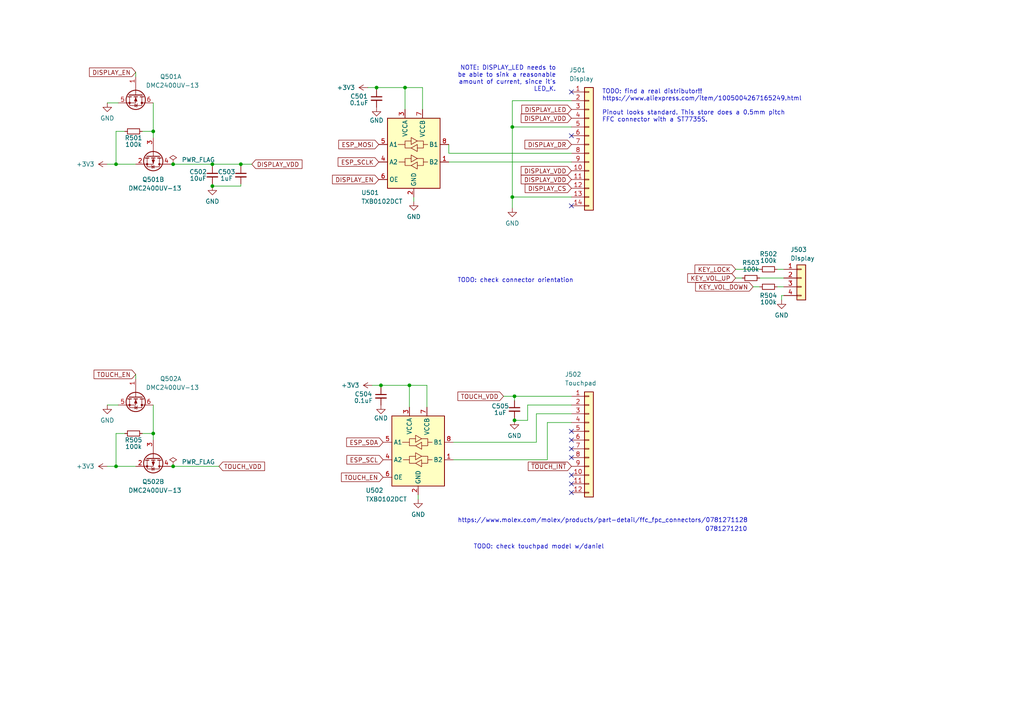
<source format=kicad_sch>
(kicad_sch (version 20211123) (generator eeschema)
  (paper "A4")
  (lib_symbols
    (symbol "Connector_Generic:Conn_01x04" (pin_names (offset 1.016) hide)
      (property "Reference" "J" (at 0 5.08 0))
      (property "Value" "Conn_01x04" (at 0 -7.62 0))
      (symbol "Conn_01x04_1_1"
        (rectangle (start -1.27 -4.953) (end 0 -5.207) (stroke (width 0.1524)))
        (rectangle (start -1.27 -2.413) (end 0 -2.667) (stroke (width 0.1524)))
        (rectangle (start -1.27 0.127) (end 0 -0.127) (stroke (width 0.1524)))
        (rectangle (start -1.27 2.667) (end 0 2.413) (stroke (width 0.1524)))
        (rectangle (start -1.27 3.81) (end 1.27 -6.35) (stroke (width 0.254)) (fill (type background)))
        (pin passive line (at -5.08 2.54 0) (length 3.81) (name "Pin_1") (number "1"))
        (pin passive line (at -5.08 0 0) (length 3.81) (name "Pin_2") (number "2"))
        (pin passive line (at -5.08 -2.54 0) (length 3.81) (name "Pin_3") (number "3"))
        (pin passive line (at -5.08 -5.08 0) (length 3.81) (name "Pin_4") (number "4"))
      )
    )
    (symbol "Connector_Generic:Conn_01x12" (pin_names (offset 1.016) hide)
      (property "Reference" "J" (at 0 15.24 0))
      (property "Value" "Conn_01x12" (at 0 -17.78 0))
      (symbol "Conn_01x12_1_1"
        (rectangle (start -1.27 -15.113) (end 0 -15.367) (stroke (width 0.1524)))
        (rectangle (start -1.27 -12.573) (end 0 -12.827) (stroke (width 0.1524)))
        (rectangle (start -1.27 -10.033) (end 0 -10.287) (stroke (width 0.1524)))
        (rectangle (start -1.27 -7.493) (end 0 -7.747) (stroke (width 0.1524)))
        (rectangle (start -1.27 -4.953) (end 0 -5.207) (stroke (width 0.1524)))
        (rectangle (start -1.27 -2.413) (end 0 -2.667) (stroke (width 0.1524)))
        (rectangle (start -1.27 0.127) (end 0 -0.127) (stroke (width 0.1524)))
        (rectangle (start -1.27 2.667) (end 0 2.413) (stroke (width 0.1524)))
        (rectangle (start -1.27 5.207) (end 0 4.953) (stroke (width 0.1524)))
        (rectangle (start -1.27 7.747) (end 0 7.493) (stroke (width 0.1524)))
        (rectangle (start -1.27 10.287) (end 0 10.033) (stroke (width 0.1524)))
        (rectangle (start -1.27 12.827) (end 0 12.573) (stroke (width 0.1524)))
        (rectangle (start -1.27 13.97) (end 1.27 -16.51) (stroke (width 0.254)) (fill (type background)))
        (pin passive line (at -5.08 12.7 0) (length 3.81) (name "Pin_1") (number "1"))
        (pin passive line (at -5.08 -10.16 0) (length 3.81) (name "Pin_10") (number "10"))
        (pin passive line (at -5.08 -12.7 0) (length 3.81) (name "Pin_11") (number "11"))
        (pin passive line (at -5.08 -15.24 0) (length 3.81) (name "Pin_12") (number "12"))
        (pin passive line (at -5.08 10.16 0) (length 3.81) (name "Pin_2") (number "2"))
        (pin passive line (at -5.08 7.62 0) (length 3.81) (name "Pin_3") (number "3"))
        (pin passive line (at -5.08 5.08 0) (length 3.81) (name "Pin_4") (number "4"))
        (pin passive line (at -5.08 2.54 0) (length 3.81) (name "Pin_5") (number "5"))
        (pin passive line (at -5.08 0 0) (length 3.81) (name "Pin_6") (number "6"))
        (pin passive line (at -5.08 -2.54 0) (length 3.81) (name "Pin_7") (number "7"))
        (pin passive line (at -5.08 -5.08 0) (length 3.81) (name "Pin_8") (number "8"))
        (pin passive line (at -5.08 -7.62 0) (length 3.81) (name "Pin_9") (number "9"))
      )
    )
    (symbol "Connector_Generic:Conn_01x14" (pin_names (offset 1.016) hide)
      (property "Reference" "J" (at 0 17.78 0))
      (property "Value" "Conn_01x14" (at 0 -20.32 0))
      (symbol "Conn_01x14_1_1"
        (rectangle (start -1.27 -17.653) (end 0 -17.907) (stroke (width 0.1524)))
        (rectangle (start -1.27 -15.113) (end 0 -15.367) (stroke (width 0.1524)))
        (rectangle (start -1.27 -12.573) (end 0 -12.827) (stroke (width 0.1524)))
        (rectangle (start -1.27 -10.033) (end 0 -10.287) (stroke (width 0.1524)))
        (rectangle (start -1.27 -7.493) (end 0 -7.747) (stroke (width 0.1524)))
        (rectangle (start -1.27 -4.953) (end 0 -5.207) (stroke (width 0.1524)))
        (rectangle (start -1.27 -2.413) (end 0 -2.667) (stroke (width 0.1524)))
        (rectangle (start -1.27 0.127) (end 0 -0.127) (stroke (width 0.1524)))
        (rectangle (start -1.27 2.667) (end 0 2.413) (stroke (width 0.1524)))
        (rectangle (start -1.27 5.207) (end 0 4.953) (stroke (width 0.1524)))
        (rectangle (start -1.27 7.747) (end 0 7.493) (stroke (width 0.1524)))
        (rectangle (start -1.27 10.287) (end 0 10.033) (stroke (width 0.1524)))
        (rectangle (start -1.27 12.827) (end 0 12.573) (stroke (width 0.1524)))
        (rectangle (start -1.27 15.367) (end 0 15.113) (stroke (width 0.1524)))
        (rectangle (start -1.27 16.51) (end 1.27 -19.05) (stroke (width 0.254)) (fill (type background)))
        (pin passive line (at -5.08 15.24 0) (length 3.81) (name "Pin_1") (number "1"))
        (pin passive line (at -5.08 -7.62 0) (length 3.81) (name "Pin_10") (number "10"))
        (pin passive line (at -5.08 -10.16 0) (length 3.81) (name "Pin_11") (number "11"))
        (pin passive line (at -5.08 -12.7 0) (length 3.81) (name "Pin_12") (number "12"))
        (pin passive line (at -5.08 -15.24 0) (length 3.81) (name "Pin_13") (number "13"))
        (pin passive line (at -5.08 -17.78 0) (length 3.81) (name "Pin_14") (number "14"))
        (pin passive line (at -5.08 12.7 0) (length 3.81) (name "Pin_2") (number "2"))
        (pin passive line (at -5.08 10.16 0) (length 3.81) (name "Pin_3") (number "3"))
        (pin passive line (at -5.08 7.62 0) (length 3.81) (name "Pin_4") (number "4"))
        (pin passive line (at -5.08 5.08 0) (length 3.81) (name "Pin_5") (number "5"))
        (pin passive line (at -5.08 2.54 0) (length 3.81) (name "Pin_6") (number "6"))
        (pin passive line (at -5.08 0 0) (length 3.81) (name "Pin_7") (number "7"))
        (pin passive line (at -5.08 -2.54 0) (length 3.81) (name "Pin_8") (number "8"))
        (pin passive line (at -5.08 -5.08 0) (length 3.81) (name "Pin_9") (number "9"))
      )
    )
    (symbol "Device:C_Small" (pin_numbers hide) (pin_names (offset 0.254) hide)
      (property "Reference" "C" (at 0.254 1.778 0))
      (property "Value" "C_Small" (at 0.254 -2.032 0))
      (symbol "C_Small_0_1"
        (polyline (pts (xy -1.524 -0.508) (xy 1.524 -0.508)) (stroke (width 0.3302)))
        (polyline (pts (xy -1.524 0.508) (xy 1.524 0.508)) (stroke (width 0.3048)))
      )
      (symbol "C_Small_1_1"
        (pin passive line (at 0 2.54 270) (length 2.032) (name "~") (number "1"))
        (pin passive line (at 0 -2.54 90) (length 2.032) (name "~") (number "2"))
      )
    )
    (symbol "Device:R_Small" (pin_numbers hide) (pin_names (offset 0.254) hide)
      (property "Reference" "R" (at 0.762 0.508 0))
      (property "Value" "R_Small" (at 0.762 -1.016 0))
      (symbol "R_Small_0_1"
        (rectangle (start -0.762 1.778) (end 0.762 -1.778) (stroke (width 0.2032)))
      )
      (symbol "R_Small_1_1"
        (pin passive line (at 0 2.54 270) (length 0.762) (name "~") (number "1"))
        (pin passive line (at 0 -2.54 90) (length 0.762) (name "~") (number "2"))
      )
    )
    (symbol "Logic_LevelTranslator:TXB0102DCT"
      (property "Reference" "U" (at -6.35 11.43 0))
      (property "Value" "TXB0102DCT" (at 3.81 11.43 0))
      (symbol "TXB0102DCT_0_1"
        (rectangle (start -7.62 10.16) (end 7.62 -10.16) (stroke (width 0.254)) (fill (type background)))
        (polyline (pts (xy -2.54 -2.54) (xy -2.54 -1.524) (xy -0.762 -1.524)))
        (polyline (pts (xy -2.54 2.54) (xy -2.54 3.556) (xy -0.762 3.556)))
        (polyline (pts (xy 2.794 -2.54) (xy 2.794 -3.556) (xy 1.016 -3.556)))
        (polyline (pts (xy 2.794 2.54) (xy 2.794 1.524) (xy 1.016 1.524)))
        (polyline (pts (xy -0.762 -3.556) (xy -2.54 -3.556) (xy -2.54 -2.54) (xy -4.318 -2.54)))
        (polyline (pts (xy -0.762 -2.54) (xy -0.762 -0.508) (xy 1.016 -1.524) (xy -0.762 -2.54)) (fill (type background)))
        (polyline (pts (xy -0.762 1.524) (xy -2.54 1.524) (xy -2.54 2.54) (xy -4.572 2.54)))
        (polyline (pts (xy -0.762 2.54) (xy -0.762 4.572) (xy 1.016 3.556) (xy -0.762 2.54)))
        (polyline (pts (xy 1.016 -2.54) (xy 1.016 -4.572) (xy -0.762 -3.556) (xy 1.016 -2.54)))
        (polyline (pts (xy 1.016 -1.524) (xy 2.794 -1.524) (xy 2.794 -2.54) (xy 4.064 -2.54)))
        (polyline (pts (xy 1.016 3.556) (xy 2.794 3.556) (xy 2.794 2.54) (xy 4.064 2.54)))
        (polyline (pts (xy 1.016 2.54) (xy 1.016 0.762) (xy 1.016 0.508) (xy -0.762 1.524) (xy 1.016 2.54)))
      )
      (symbol "TXB0102DCT_1_1"
        (pin bidirectional line (at 10.16 -2.54 180) (length 2.54) (name "B2") (number "1"))
        (pin power_in line (at 0 -12.7 90) (length 2.54) (name "GND") (number "2"))
        (pin power_in line (at -2.54 12.7 270) (length 2.54) (name "VCCA") (number "3"))
        (pin bidirectional line (at -10.16 -2.54 0) (length 2.54) (name "A2") (number "4"))
        (pin bidirectional line (at -10.16 2.54 0) (length 2.54) (name "A1") (number "5"))
        (pin input line (at -10.16 -7.62 0) (length 2.54) (name "OE") (number "6"))
        (pin power_in line (at 2.54 12.7 270) (length 2.54) (name "VCCB") (number "7"))
        (pin bidirectional line (at 10.16 2.54 180) (length 2.54) (name "B1") (number "8"))
      )
    )
    (symbol "Transistor_FET:DMC2053UVT" (pin_names hide)
      (property "Reference" "Q" (at 3.175 1.27 0))
      (property "Value" "DMC2053UVT" (at 3.175 -1.27 0))
      (symbol "DMC2053UVT_0_1"
        (circle (center -0.889 0) (radius 2.794) (stroke (width 0.254)))
        (circle (center 0 -1.778) (radius 0.254) (fill (type outline)))
        (polyline (pts (xy -2.286 0) (xy -5.08 0)))
        (polyline (pts (xy -2.286 1.905) (xy -2.286 -1.905)) (stroke (width 0.254)))
        (polyline (pts (xy -1.778 -1.27) (xy -1.778 -2.286)) (stroke (width 0.254)))
        (polyline (pts (xy -1.778 0.508) (xy -1.778 -0.508)) (stroke (width 0.254)))
        (polyline (pts (xy -1.778 2.286) (xy -1.778 1.27)) (stroke (width 0.254)))
        (polyline (pts (xy 0 2.54) (xy 0 1.778)))
        (polyline (pts (xy 0 -2.54) (xy 0 0) (xy -1.778 0)))
        (polyline (pts (xy -1.778 -1.778) (xy 0.762 -1.778) (xy 0.762 1.778) (xy -1.778 1.778)))
        (circle (center 0 1.778) (radius 0.254) (fill (type outline)))
      )
      (symbol "DMC2053UVT_1_1"
        (polyline (pts (xy -1.524 0) (xy -0.508 0.381) (xy -0.508 -0.381) (xy -1.524 0)) (fill (type outline)))
        (polyline (pts (xy 0.254 0.508) (xy 0.381 0.381) (xy 1.143 0.381) (xy 1.27 0.254)))
        (polyline (pts (xy 0.762 0.381) (xy 0.381 -0.254) (xy 1.143 -0.254) (xy 0.762 0.381)))
        (pin passive line (at -7.62 0 0) (length 2.54) (name "G") (number "1"))
        (pin passive line (at 0 -5.08 90) (length 2.54) (name "S") (number "5"))
        (pin passive line (at 0 5.08 270) (length 2.54) (name "D") (number "6"))
      )
      (symbol "DMC2053UVT_2_1"
        (polyline (pts (xy -0.254 0) (xy -1.27 0.381) (xy -1.27 -0.381) (xy -0.254 0)) (fill (type outline)))
        (polyline (pts (xy 0.254 -0.508) (xy 0.381 -0.381) (xy 1.143 -0.381) (xy 1.27 -0.254)))
        (polyline (pts (xy 0.762 -0.381) (xy 0.381 0.254) (xy 1.143 0.254) (xy 0.762 -0.381)))
        (pin passive line (at 0 -5.08 90) (length 2.54) (name "S") (number "2"))
        (pin passive line (at -7.62 0 0) (length 2.54) (name "G") (number "3"))
        (pin passive line (at 0 5.08 270) (length 2.54) (name "D") (number "4"))
      )
    )
    (symbol "power:+3V3" (power) (pin_names (offset 0))
      (property "Value" "+3V3" (at 0 3.556 0))
      (symbol "+3V3_0_1"
        (polyline (pts (xy -0.762 1.27) (xy 0 2.54)))
        (polyline (pts (xy 0 0) (xy 0 2.54)))
        (polyline (pts (xy 0 2.54) (xy 0.762 1.27)))
      )
      (symbol "+3V3_1_1"
        (pin power_in line (at 0 0 90) (length 0) hide (name "+3V3") (number "1"))
      )
    )
    (symbol "power:GND" (power) (pin_names (offset 0))
      (property "Value" "GND" (at 0 -3.81 0))
      (symbol "GND_0_1"
        (polyline (pts (xy 0 0) (xy 0 -1.27) (xy 1.27 -1.27) (xy 0 -2.54) (xy -1.27 -1.27) (xy 0 -1.27)))
      )
      (symbol "GND_1_1"
        (pin power_in line (at 0 0 270) (length 0) hide (name "GND") (number "1"))
      )
    )
    (symbol "power:PWR_FLAG" (power) (pin_numbers hide) (pin_names (offset 0) hide)
      (property "Value" "PWR_FLAG" (at 0 3.81 0))
      (symbol "PWR_FLAG_0_0"
        (pin power_out line (at 0 0 90) (length 0) (name "pwr") (number "1"))
      )
      (symbol "PWR_FLAG_0_1"
        (polyline (pts (xy 0 0) (xy 0 1.27) (xy -1.016 1.905) (xy 0 2.54) (xy 1.016 1.905) (xy 0 1.27)))
      )
    )
  )
  (junction (at 149.225 121.92))
  (junction (at 69.85 47.625))
  (junction (at 50.2099 135.255))
  (junction (at 148.59 57.15))
  (junction (at 118.745 111.76))
  (junction (at 61.595 53.975))
  (junction (at 117.475 25.4))
  (junction (at 109.22 25.4))
  (junction (at 50.2099 47.625))
  (junction (at 33.655 135.255))
  (junction (at 44.45 125.73))
  (junction (at 61.595 47.625))
  (junction (at 149.225 114.935))
  (junction (at 110.49 111.76))
  (junction (at 148.59 36.83))
  (junction (at 44.45 38.1))
  (junction (at 33.655 47.625))
  (no_connect (at 165.735 59.69))
  (no_connect (at 165.735 137.795))
  (no_connect (at 165.735 26.67))
  (no_connect (at 165.735 132.715))
  (no_connect (at 165.735 140.335))
  (no_connect (at 165.735 142.875))
  (no_connect (at 165.735 125.095))
  (no_connect (at 165.735 127.635))
  (no_connect (at 165.735 130.175))
  (no_connect (at 165.735 39.37))
  (wire (pts (xy 33.655 135.255) (xy 39.37 135.255)))
  (wire (pts (xy 121.285 144.78) (xy 121.285 143.51)))
  (wire (pts (xy 49.53 135.255) (xy 50.2099 135.255)))
  (wire (pts (xy 31.115 117.475) (xy 34.29 117.475)))
  (wire (pts (xy 149.225 116.205) (xy 149.225 114.935)))
  (wire (pts (xy 155.575 128.27) (xy 155.575 120.015)))
  (wire (pts (xy 148.59 36.83) (xy 165.735 36.83)))
  (wire (pts (xy 31.115 47.625) (xy 33.655 47.625)))
  (wire (pts (xy 213.36 78.105) (xy 220.345 78.105)))
  (wire (pts (xy 50.2099 135.255) (xy 63.5 135.255)))
  (wire (pts (xy 33.655 125.73) (xy 33.655 135.255)))
  (wire (pts (xy 213.36 80.645) (xy 215.265 80.645)))
  (wire (pts (xy 131.445 128.27) (xy 155.575 128.27)))
  (wire (pts (xy 109.22 25.4) (xy 109.22 26.035)))
  (wire (pts (xy 110.49 111.76) (xy 118.745 111.76)))
  (wire (pts (xy 117.475 25.4) (xy 122.555 25.4)))
  (wire (pts (xy 44.45 117.475) (xy 44.45 125.73)))
  (wire (pts (xy 153.035 117.475) (xy 153.035 121.92)))
  (wire (pts (xy 158.75 122.555) (xy 158.75 133.35)))
  (wire (pts (xy 49.53 47.625) (xy 50.2099 47.625)))
  (wire (pts (xy 148.59 57.15) (xy 165.735 57.15)))
  (wire (pts (xy 155.575 120.015) (xy 165.735 120.015)))
  (wire (pts (xy 165.735 29.21) (xy 148.59 29.21)))
  (wire (pts (xy 107.95 111.76) (xy 110.49 111.76)))
  (wire (pts (xy 110.49 111.76) (xy 110.49 112.395)))
  (wire (pts (xy 44.45 125.73) (xy 44.45 127.635)))
  (wire (pts (xy 120.015 58.42) (xy 120.015 57.15)))
  (wire (pts (xy 148.59 36.83) (xy 148.59 57.15)))
  (wire (pts (xy 106.68 25.4) (xy 109.22 25.4)))
  (wire (pts (xy 39.37 108.585) (xy 39.37 109.855)))
  (wire (pts (xy 227.33 85.725) (xy 226.695 85.725)))
  (wire (pts (xy 158.75 133.35) (xy 131.445 133.35)))
  (wire (pts (xy 69.85 47.625) (xy 73.025 47.625)))
  (wire (pts (xy 226.695 85.725) (xy 226.695 86.995)))
  (wire (pts (xy 149.225 121.92) (xy 149.225 121.285)))
  (wire (pts (xy 61.595 47.625) (xy 69.85 47.625)))
  (wire (pts (xy 165.735 122.555) (xy 158.75 122.555)))
  (wire (pts (xy 148.59 57.15) (xy 148.59 60.325)))
  (wire (pts (xy 165.735 117.475) (xy 153.035 117.475)))
  (wire (pts (xy 41.275 125.73) (xy 44.45 125.73)))
  (wire (pts (xy 118.745 111.76) (xy 123.825 111.76)))
  (wire (pts (xy 225.425 78.105) (xy 227.33 78.105)))
  (wire (pts (xy 33.655 38.1) (xy 33.655 47.625)))
  (wire (pts (xy 39.37 20.955) (xy 39.37 22.225)))
  (wire (pts (xy 130.175 41.91) (xy 130.175 44.45)))
  (wire (pts (xy 146.05 114.935) (xy 149.225 114.935)))
  (wire (pts (xy 69.85 53.34) (xy 69.85 53.975)))
  (wire (pts (xy 61.595 53.975) (xy 61.595 53.34)))
  (wire (pts (xy 36.195 38.1) (xy 33.655 38.1)))
  (wire (pts (xy 44.45 29.845) (xy 44.45 38.1)))
  (wire (pts (xy 220.345 80.645) (xy 227.33 80.645)))
  (wire (pts (xy 33.655 47.625) (xy 39.37 47.625)))
  (wire (pts (xy 31.115 135.255) (xy 33.655 135.255)))
  (wire (pts (xy 118.745 111.76) (xy 118.745 118.11)))
  (wire (pts (xy 149.225 114.935) (xy 165.735 114.935)))
  (wire (pts (xy 36.195 125.73) (xy 33.655 125.73)))
  (wire (pts (xy 61.595 48.26) (xy 61.595 47.625)))
  (wire (pts (xy 122.555 25.4) (xy 122.555 31.75)))
  (wire (pts (xy 44.45 38.1) (xy 44.45 40.005)))
  (wire (pts (xy 153.035 121.92) (xy 149.225 121.92)))
  (wire (pts (xy 41.275 38.1) (xy 44.45 38.1)))
  (wire (pts (xy 69.85 53.975) (xy 61.595 53.975)))
  (wire (pts (xy 225.425 83.185) (xy 227.33 83.185)))
  (wire (pts (xy 109.22 25.4) (xy 117.475 25.4)))
  (wire (pts (xy 148.59 29.21) (xy 148.59 36.83)))
  (wire (pts (xy 50.2099 47.625) (xy 61.595 47.625)))
  (wire (pts (xy 130.175 46.99) (xy 165.735 46.99)))
  (wire (pts (xy 31.115 29.845) (xy 34.29 29.845)))
  (wire (pts (xy 117.475 25.4) (xy 117.475 31.75)))
  (wire (pts (xy 130.175 44.45) (xy 165.735 44.45)))
  (wire (pts (xy 123.825 111.76) (xy 123.825 118.11)))
  (wire (pts (xy 69.85 47.625) (xy 69.85 48.26)))
  (wire (pts (xy 218.44 83.185) (xy 220.345 83.185)))
  (text "0781271210" (at 204.47 154.305 0) (effects (font (size 1.27 1.27)) (justify left bottom)))
  (text "TODO: check connector orientation" (at 166.355 82.136 180) (effects (font (size 1.27 1.27)) (justify right bottom)))
  (text "TODO: find a real distributor!!\nhttps://www.aliexpress.com/item/1005004267165249.html\n\nPinout looks standard. This store does a 0.5mm pitch\nFFC connector with a ST7735S." (at 174.625 35.56 0) (effects (font (size 1.27 1.27)) (justify left bottom)))
  (text "TODO: check touchpad model w/daniel" (at 175.26 159.385 180) (effects (font (size 1.27 1.27)) (justify right bottom)))
  (text "NOTE: DISPLAY_LED needs to\nbe able to sink a reasonable\namount of current, since it's\nLED_K." (at 161.29 26.67 0) (effects (font (size 1.27 1.27)) (justify right bottom)))
  (text "https://www.molex.com/molex/products/part-detail/ffc_fpc_connectors/0781271128" (at 132.715 151.765 0) (effects (font (size 1.27 1.27)) (justify left bottom)))
  (global_label "DISPLAY_EN" (shape input) (at 39.37 20.955 180) (property "Intersheet References" "${INTERSHEET_REFS}" (effects hide)))
  (global_label "DISPLAY_VDD" (shape input) (at 73.025 47.625 0) (property "Intersheet References" "${INTERSHEET_REFS}" (effects hide)))
  (global_label "TOUCH_EN" (shape input) (at 39.37 108.585 180) (property "Intersheet References" "${INTERSHEET_REFS}" (effects hide)))
  (global_label "KEY_LOCK" (shape input) (at 213.36 78.105 180) (property "Intersheet References" "${INTERSHEET_REFS}" (effects hide)))
  (global_label "KEY_VOL_UP" (shape input) (at 213.36 80.645 180) (property "Intersheet References" "${INTERSHEET_REFS}" (effects hide)))
  (global_label "DISPLAY_VDD" (shape input) (at 165.735 49.53 180) (property "Intersheet References" "${INTERSHEET_REFS}" (effects hide)))
  (global_label "ESP_MOSI" (shape input) (at 109.855 41.91 180) (property "Intersheet References" "${INTERSHEET_REFS}" (effects hide)))
  (global_label "TOUCH_VDD" (shape input) (at 63.5 135.255 0) (property "Intersheet References" "${INTERSHEET_REFS}" (effects hide)))
  (global_label "TOUCH_VDD" (shape input) (at 146.05 114.935 180) (property "Intersheet References" "${INTERSHEET_REFS}" (effects hide)))
  (global_label "KEY_VOL_DOWN" (shape input) (at 218.44 83.185 180) (property "Intersheet References" "${INTERSHEET_REFS}" (effects hide)))
  (global_label "ESP_SDA" (shape input) (at 111.125 128.27 180) (property "Intersheet References" "${INTERSHEET_REFS}" (effects hide)))
  (global_label "DISPLAY_LED" (shape input) (at 165.735 31.75 180) (property "Intersheet References" "${INTERSHEET_REFS}" (effects hide)))
  (global_label "ESP_SCLK" (shape input) (at 109.855 46.99 180) (property "Intersheet References" "${INTERSHEET_REFS}" (effects hide)))
  (global_label "DISPLAY_VDD" (shape input) (at 165.735 34.29 180) (property "Intersheet References" "${INTERSHEET_REFS}" (effects hide)))
  (global_label "DISPLAY_EN" (shape input) (at 109.855 52.07 180) (property "Intersheet References" "${INTERSHEET_REFS}" (effects hide)))
  (global_label "DISPLAY_CS" (shape input) (at 165.735 54.61 180) (property "Intersheet References" "${INTERSHEET_REFS}" (effects hide)))
  (global_label "ESP_SCL" (shape input) (at 111.125 133.35 180) (property "Intersheet References" "${INTERSHEET_REFS}" (effects hide)))
  (global_label "TOUCH_EN" (shape input) (at 111.125 138.43 180) (property "Intersheet References" "${INTERSHEET_REFS}" (effects hide)))
  (global_label "DISPLAY_DR" (shape input) (at 165.735 41.91 180) (property "Intersheet References" "${INTERSHEET_REFS}" (effects hide)))
  (global_label "DISPLAY_VDD" (shape input) (at 165.735 52.07 180) (property "Intersheet References" "${INTERSHEET_REFS}" (effects hide)))
  (global_label "~{TOUCH_INT}" (shape input) (at 165.735 135.255 180) (property "Intersheet References" "${INTERSHEET_REFS}" (effects hide)))
  (symbol (lib_id "Device:R_Small") (at 38.735 38.1 90) (unit 1)
    (property "Reference" "R501" (at 38.735 40.005 90))
    (property "Value" "100k" (at 38.735 41.91 90))
    (property "Footprint" "Resistor_SMD:R_0603_1608Metric" (effects hide))
    (property "PN" "RC0603JR-10100KL" (effects hide))
  )
  (symbol (lib_id "power:+3V3") (at 31.115 135.255 90) (unit 1)
    (property "Reference" "#PWR0513" (effects hide))
    (property "Value" "+3V3" (at 24.765 135.255 90))
  )
  (symbol (lib_id "Connector_Generic:Conn_01x12") (at 170.815 127.635 0) (unit 1)
    (property "Reference" "J502" (at 163.83 108.585 0) (effects (justify left)))
    (property "Value" "Touchpad" (at 163.83 111.125 0) (effects (justify left)))
    (property "Footprint" "footprints:molex-zif-12p" (effects hide))
    (property "PN" "0781271210" (effects hide))
  )
  (symbol (lib_id "power:GND") (at 226.695 86.995 0) (unit 1)
    (property "Reference" "#PWR0508" (effects hide))
    (property "Value" "GND" (at 226.695 91.44 0))
  )
  (symbol (lib_id "Transistor_FET:DMC2053UVT") (at 39.37 29.845 270) (unit 1)
    (property "Reference" "Q501" (at 49.53 22.225 90))
    (property "Value" " DMC2400UV-13" (at 49.53 24.765 90))
    (property "Footprint" "Package_TO_SOT_SMD:SOT-563" (effects hide))
  )
  (symbol (lib_id "Connector_Generic:Conn_01x14") (at 170.815 41.91 0) (unit 1)
    (property "Reference" "J501" (at 165.1 20.32 0) (effects (justify left)))
    (property "Value" "Display" (at 165.1 22.86 0) (effects (justify left)))
    (property "Footprint" "footprints:molex-zif-14p" (effects hide))
    (property "PN" "0781271410" (effects hide))
  )
  (symbol (lib_id "power:GND") (at 149.225 121.92 0) (unit 1)
    (property "Reference" "#PWR0512" (effects hide))
    (property "Value" "GND" (at 149.225 126.365 0))
  )
  (symbol (lib_id "Logic_LevelTranslator:TXB0102DCT") (at 121.285 130.81 0) (unit 1)
    (property "Reference" "U502" (at 106.045 142.24 0) (effects (justify left)))
    (property "Value" "TXB0102DCT" (at 106.045 144.78 0) (effects (justify left)))
    (property "Footprint" "Package_SO:TSSOP-8_3x3mm_P0.65mm" (effects hide))
    (property "Datasheet" "http://www.ti.com/lit/ds/symlink/txb0102.pdf" (effects hide))
  )
  (symbol (lib_id "power:GND") (at 121.285 144.78 0) (unit 1)
    (property "Reference" "#PWR0514" (effects hide))
    (property "Value" "GND" (at 121.285 149.225 0))
  )
  (symbol (lib_id "power:GND") (at 109.22 31.115 0) (unit 1)
    (property "Reference" "#PWR0503" (effects hide))
    (property "Value" "GND" (at 109.22 34.925 0))
  )
  (symbol (lib_id "power:GND") (at 61.595 53.975 0) (unit 1)
    (property "Reference" "#PWR0505" (effects hide))
    (property "Value" "GND" (at 61.595 58.42 0))
  )
  (symbol (lib_id "Device:C_Small") (at 110.49 114.935 0) (unit 1)
    (property "Reference" "C504" (at 105.41 114.3 0))
    (property "Value" "0.1uF" (at 105.41 116.205 0))
    (property "Footprint" "Capacitor_SMD:C_0805_2012Metric" (effects hide))
    (property "PN" "0805YD104KAT2A" (effects hide))
  )
  (symbol (lib_id "Device:C_Small") (at 109.22 28.575 0) (unit 1)
    (property "Reference" "C501" (at 104.14 27.94 0))
    (property "Value" "0.1uF" (at 104.14 29.845 0))
    (property "Footprint" "Capacitor_SMD:C_0805_2012Metric" (effects hide))
    (property "PN" "0805YD104KAT2A" (effects hide))
  )
  (symbol (lib_id "Transistor_FET:DMC2053UVT") (at 39.37 117.475 270) (unit 1)
    (property "Reference" "Q502" (at 49.53 109.855 90))
    (property "Value" " DMC2400UV-13" (at 49.53 112.395 90))
    (property "Footprint" "Package_TO_SOT_SMD:SOT-563" (effects hide))
  )
  (symbol (lib_id "power:GND") (at 110.49 117.475 0) (unit 1)
    (property "Reference" "#PWR0511" (effects hide))
    (property "Value" "GND" (at 110.49 121.285 0))
  )
  (symbol (lib_id "power:GND") (at 120.015 58.42 0) (unit 1)
    (property "Reference" "#PWR0506" (effects hide))
    (property "Value" "GND" (at 120.015 62.865 0))
  )
  (symbol (lib_id "Transistor_FET:DMC2053UVT") (at 44.45 135.255 270) (unit 2)
    (property "Reference" "Q502" (at 44.45 139.7 90))
    (property "Value" " DMC2400UV-13" (at 44.45 142.24 90))
    (property "Footprint" "Package_TO_SOT_SMD:SOT-563" (effects hide))
  )
  (symbol (lib_id "power:+3V3") (at 106.68 25.4 90) (unit 1)
    (property "Reference" "#PWR0501" (effects hide))
    (property "Value" "+3V3" (at 100.33 25.4 90))
  )
  (symbol (lib_id "Device:C_Small") (at 149.225 118.745 0) (unit 1)
    (property "Reference" "C505" (at 145.0975 117.7925 0))
    (property "Value" "1uF" (at 145.0975 119.6975 0))
    (property "Footprint" "Capacitor_SMD:C_0805_2012Metric" (effects hide))
    (property "PN" "EMK212BJ105KG-T" (effects hide))
  )
  (symbol (lib_id "Device:C_Small") (at 69.85 50.8 0) (unit 1)
    (property "Reference" "C503" (at 65.7225 49.8475 0))
    (property "Value" "1uF" (at 65.7225 51.7525 0))
    (property "Footprint" "Capacitor_SMD:C_0805_2012Metric" (effects hide))
    (property "PN" "EMK212BJ105KG-T" (effects hide))
  )
  (symbol (lib_id "Connector_Generic:Conn_01x04") (at 232.41 80.645 0) (unit 1)
    (property "Reference" "J503" (at 229.235 72.39 0) (effects (justify left)))
    (property "Value" "Display" (at 229.235 74.93 0) (effects (justify left)))
    (property "PN" "CF20041V0R0-NH" (effects hide))
  )
  (symbol (lib_id "power:GND") (at 148.59 60.325 0) (unit 1)
    (property "Reference" "#PWR0507" (effects hide))
    (property "Value" "GND" (at 148.59 64.77 0))
  )
  (symbol (lib_id "power:+3V3") (at 107.95 111.76 90) (unit 1)
    (property "Reference" "#PWR0509" (effects hide))
    (property "Value" "+3V3" (at 101.6 111.76 90))
  )
  (symbol (lib_id "Logic_LevelTranslator:TXB0102DCT") (at 120.015 44.45 0) (unit 1)
    (property "Reference" "U501" (at 104.775 55.88 0) (effects (justify left)))
    (property "Value" "TXB0102DCT" (at 104.775 58.42 0) (effects (justify left)))
    (property "Footprint" "Package_SO:TSSOP-8_3x3mm_P0.65mm" (effects hide))
    (property "Datasheet" "http://www.ti.com/lit/ds/symlink/txb0102.pdf" (effects hide))
  )
  (symbol (lib_id "Device:R_Small") (at 222.885 78.105 90) (unit 1)
    (property "Reference" "R502" (at 222.885 73.66 90))
    (property "Value" "100k" (at 222.885 75.565 90))
    (property "Footprint" "Resistor_SMD:R_0603_1608Metric" (effects hide))
    (property "PN" "RC0603JR-10100KL" (effects hide))
  )
  (symbol (lib_id "power:PWR_FLAG") (at 50.2099 47.625 0) (unit 1)
    (property "Reference" "#FLG0501" (effects hide))
    (property "Value" "PWR_FLAG" (at 52.705 46.3549 0) (effects (justify left)))
  )
  (symbol (lib_id "Device:R_Small") (at 222.885 83.185 90) (unit 1)
    (property "Reference" "R504" (at 222.885 85.725 90))
    (property "Value" "100k" (at 222.885 87.63 90))
    (property "Footprint" "Resistor_SMD:R_0603_1608Metric" (effects hide))
    (property "PN" "RC0603JR-10100KL" (effects hide))
  )
  (symbol (lib_id "Device:R_Small") (at 38.735 125.73 90) (unit 1)
    (property "Reference" "R505" (at 38.735 127.635 90))
    (property "Value" "100k" (at 38.735 129.54 90))
    (property "Footprint" "Resistor_SMD:R_0603_1608Metric" (effects hide))
    (property "PN" "RC0603JR-10100KL" (effects hide))
  )
  (symbol (lib_id "power:PWR_FLAG") (at 50.2099 135.255 0) (unit 1)
    (property "Reference" "#FLG0502" (effects hide))
    (property "Value" "PWR_FLAG" (at 52.705 133.9849 0) (effects (justify left)))
  )
  (symbol (lib_id "Device:C_Small") (at 61.595 50.8 0) (unit 1)
    (property "Reference" "C502" (at 57.4675 49.8475 0))
    (property "Value" "10uF" (at 57.4675 51.7525 0))
    (property "Footprint" "Capacitor_SMD:C_0805_2012Metric" (effects hide))
    (property "PN" "EMK212ABJ106KG-T" (effects hide))
  )
  (symbol (lib_id "power:+3V3") (at 31.115 47.625 90) (unit 1)
    (property "Reference" "#PWR0504" (effects hide))
    (property "Value" "+3V3" (at 24.765 47.625 90))
  )
  (symbol (lib_id "Transistor_FET:DMC2053UVT") (at 44.45 47.625 270) (unit 2)
    (property "Reference" "Q501" (at 44.45 52.07 90))
    (property "Value" " DMC2400UV-13" (at 44.45 54.61 90))
    (property "Footprint" "Package_TO_SOT_SMD:SOT-563" (effects hide))
  )
  (symbol (lib_id "Device:R_Small") (at 217.805 80.645 90) (unit 1)
    (property "Reference" "R503" (at 217.805 76.2 90))
    (property "Value" "100k" (at 217.805 78.105 90))
    (property "Footprint" "Resistor_SMD:R_0603_1608Metric" (effects hide))
    (property "PN" "RC0603JR-10100KL" (effects hide))
  )
  (symbol (lib_id "power:GND") (at 31.115 29.845 0) (unit 1)
    (property "Reference" "#PWR0502" (effects hide))
    (property "Value" "GND" (at 31.115 34.29 0))
  )
  (symbol (lib_id "power:GND") (at 31.115 117.475 0) (unit 1)
    (property "Reference" "#PWR0510" (effects hide))
    (property "Value" "GND" (at 31.115 121.92 0))
  )
)
</source>
